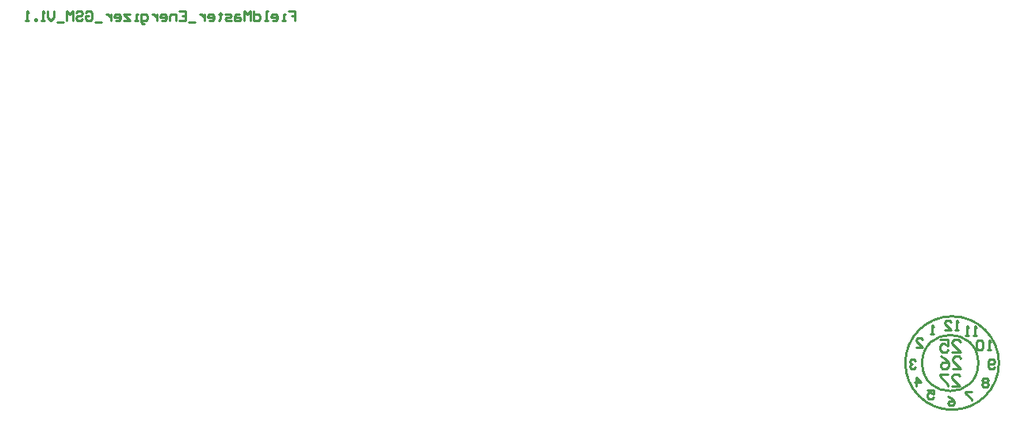
<source format=gbo>
G04 Layer_Color=32896*
%FSLAX25Y25*%
%MOIN*%
G70*
G01*
G75*
%ADD57C,0.01000*%
D57*
X412697Y190945D02*
G03*
X412697Y190945I-19685J0D01*
G01*
X404023D02*
G03*
X404023Y190945I-11811J0D01*
G01*
X113968Y339333D02*
X116634D01*
Y337334D01*
X115301D01*
X116634D01*
Y335335D01*
X112635D02*
X111302D01*
X111969D01*
Y338000D01*
X112635D01*
X107304Y335335D02*
X108636D01*
X109303Y336001D01*
Y337334D01*
X108636Y338000D01*
X107304D01*
X106637Y337334D01*
Y336668D01*
X109303D01*
X105304Y335335D02*
X103971D01*
X104638D01*
Y339333D01*
X105304D01*
X99306D02*
Y335335D01*
X101305D01*
X101972Y336001D01*
Y337334D01*
X101305Y338000D01*
X99306D01*
X97973Y335335D02*
Y339333D01*
X96640Y338000D01*
X95307Y339333D01*
Y335335D01*
X93308Y338000D02*
X91975D01*
X91309Y337334D01*
Y335335D01*
X93308D01*
X93975Y336001D01*
X93308Y336668D01*
X91309D01*
X89976Y335335D02*
X87976D01*
X87310Y336001D01*
X87976Y336668D01*
X89309D01*
X89976Y337334D01*
X89309Y338000D01*
X87310D01*
X85311Y338667D02*
Y338000D01*
X85977D01*
X84644D01*
X85311D01*
Y336001D01*
X84644Y335335D01*
X80646D02*
X81978D01*
X82645Y336001D01*
Y337334D01*
X81978Y338000D01*
X80646D01*
X79979Y337334D01*
Y336668D01*
X82645D01*
X78646Y338000D02*
Y335335D01*
Y336668D01*
X77980Y337334D01*
X77313Y338000D01*
X76647D01*
X74647Y334668D02*
X71982D01*
X67983Y339333D02*
X70649D01*
Y335335D01*
X67983D01*
X70649Y337334D02*
X69316D01*
X66650Y335335D02*
Y338000D01*
X64651D01*
X63984Y337334D01*
Y335335D01*
X60652D02*
X61985D01*
X62651Y336001D01*
Y337334D01*
X61985Y338000D01*
X60652D01*
X59986Y337334D01*
Y336668D01*
X62651D01*
X58653Y338000D02*
Y335335D01*
Y336668D01*
X57986Y337334D01*
X57320Y338000D01*
X56653D01*
X53321Y334002D02*
X52654D01*
X51988Y334668D01*
Y338000D01*
X53987D01*
X54654Y337334D01*
Y336001D01*
X53987Y335335D01*
X51988D01*
X50655D02*
X49322D01*
X49989D01*
Y338000D01*
X50655D01*
X47323D02*
X44657D01*
X47323Y335335D01*
X44657D01*
X41325D02*
X42658D01*
X43324Y336001D01*
Y337334D01*
X42658Y338000D01*
X41325D01*
X40658Y337334D01*
Y336668D01*
X43324D01*
X39325Y338000D02*
Y335335D01*
Y336668D01*
X38659Y337334D01*
X37993Y338000D01*
X37326D01*
X35327Y334668D02*
X32661D01*
X28662Y338667D02*
X29329Y339333D01*
X30662D01*
X31328Y338667D01*
Y336001D01*
X30662Y335335D01*
X29329D01*
X28662Y336001D01*
Y337334D01*
X29995D01*
X24664Y338667D02*
X25330Y339333D01*
X26663D01*
X27329Y338667D01*
Y338000D01*
X26663Y337334D01*
X25330D01*
X24664Y336668D01*
Y336001D01*
X25330Y335335D01*
X26663D01*
X27329Y336001D01*
X23331Y335335D02*
Y339333D01*
X21998Y338000D01*
X20665Y339333D01*
Y335335D01*
X19332Y334668D02*
X16666D01*
X15333Y339333D02*
Y336668D01*
X14000Y335335D01*
X12667Y336668D01*
Y339333D01*
X11334Y335335D02*
X10002D01*
X10668D01*
Y339333D01*
X11334Y338667D01*
X8002Y335335D02*
Y336001D01*
X7336D01*
Y335335D01*
X8002D01*
X4670D02*
X3337D01*
X4003D01*
Y339333D01*
X4670Y338667D01*
X392947Y181102D02*
X396358D01*
X392947Y184513D01*
Y185366D01*
X393800Y186219D01*
X395505D01*
X396358Y185366D01*
X391242Y186219D02*
X387831D01*
Y185366D01*
X391242Y181955D01*
Y181102D01*
X377844Y181045D02*
Y184981D01*
X379812Y183013D01*
X377188D01*
X382488Y179681D02*
X385112D01*
Y177713D01*
X383800Y178369D01*
X383144D01*
X382488Y177713D01*
Y176401D01*
X383144Y175745D01*
X384456D01*
X385112Y176401D01*
X391388Y176981D02*
X392700Y176325D01*
X394012Y175013D01*
Y173701D01*
X393356Y173045D01*
X392044D01*
X391388Y173701D01*
Y174357D01*
X392044Y175013D01*
X394012D01*
X401212Y178981D02*
X398588D01*
Y178325D01*
X401212Y175701D01*
Y175045D01*
X408212Y184025D02*
X407556Y184681D01*
X406244D01*
X405588Y184025D01*
Y183369D01*
X406244Y182713D01*
X405588Y182057D01*
Y181401D01*
X406244Y180745D01*
X407556D01*
X408212Y181401D01*
Y182057D01*
X407556Y182713D01*
X408212Y183369D01*
Y184025D01*
X407556Y182713D02*
X406244D01*
X410812Y189301D02*
X410156Y188645D01*
X408844D01*
X408188Y189301D01*
Y191925D01*
X408844Y192581D01*
X410156D01*
X410812Y191925D01*
Y191269D01*
X410156Y190613D01*
X408188D01*
X409312Y196645D02*
X408000D01*
X408656D01*
Y200581D01*
X409312Y199925D01*
X406032D02*
X405376Y200581D01*
X404064D01*
X403408Y199925D01*
Y197301D01*
X404064Y196645D01*
X405376D01*
X406032Y197301D01*
Y199925D01*
X403212Y202545D02*
X401900D01*
X402556D01*
Y206481D01*
X403212Y205825D01*
X399932Y202545D02*
X398620D01*
X399276D01*
Y206481D01*
X399932Y205825D01*
X395712Y204845D02*
X394400D01*
X395056D01*
Y208781D01*
X395712Y208125D01*
X389808Y204845D02*
X392432D01*
X389808Y207469D01*
Y208125D01*
X390464Y208781D01*
X391776D01*
X392432Y208125D01*
X385112Y203045D02*
X383800D01*
X384456D01*
Y206981D01*
X385112Y206325D01*
X377712Y191825D02*
X377056Y192481D01*
X375744D01*
X375088Y191825D01*
Y191169D01*
X375744Y190513D01*
X376400D01*
X375744D01*
X375088Y189857D01*
Y189201D01*
X375744Y188545D01*
X377056D01*
X377712Y189201D01*
X377888Y197445D02*
X380512D01*
X377888Y200069D01*
Y200725D01*
X378544Y201381D01*
X379856D01*
X380512Y200725D01*
X393046Y195669D02*
X396457D01*
X393046Y199080D01*
Y199933D01*
X393899Y200786D01*
X395604D01*
X396457Y199933D01*
X387929Y200786D02*
X391340D01*
Y198228D01*
X389635Y199080D01*
X388782D01*
X387929Y198228D01*
Y196522D01*
X388782Y195669D01*
X390488D01*
X391340Y196522D01*
X393243Y188583D02*
X396654D01*
X393243Y191994D01*
Y192846D01*
X394095Y193699D01*
X395801D01*
X396654Y192846D01*
X388126Y193699D02*
X389832Y192846D01*
X391537Y191141D01*
Y189435D01*
X390684Y188583D01*
X388979D01*
X388126Y189435D01*
Y190288D01*
X388979Y191141D01*
X391537D01*
M02*

</source>
